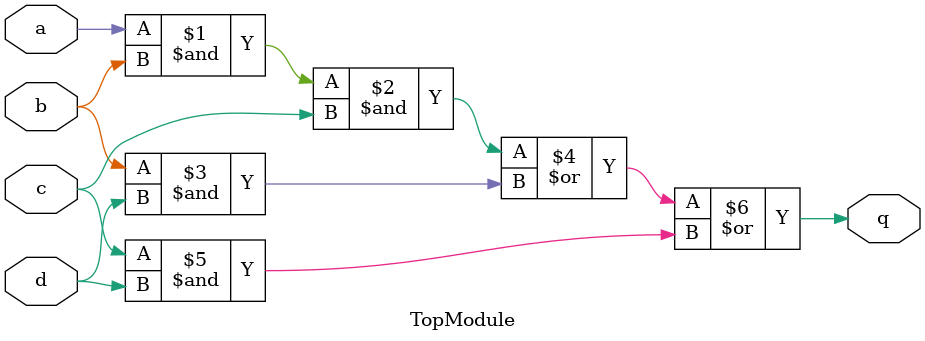
<source format=sv>
module TopModule (
    input logic a,
    input logic b,
    input logic c,
    input logic d,
    output logic q
);
    assign q = (a & b & c) | (b & d) | (c & d);
endmodule
</source>
